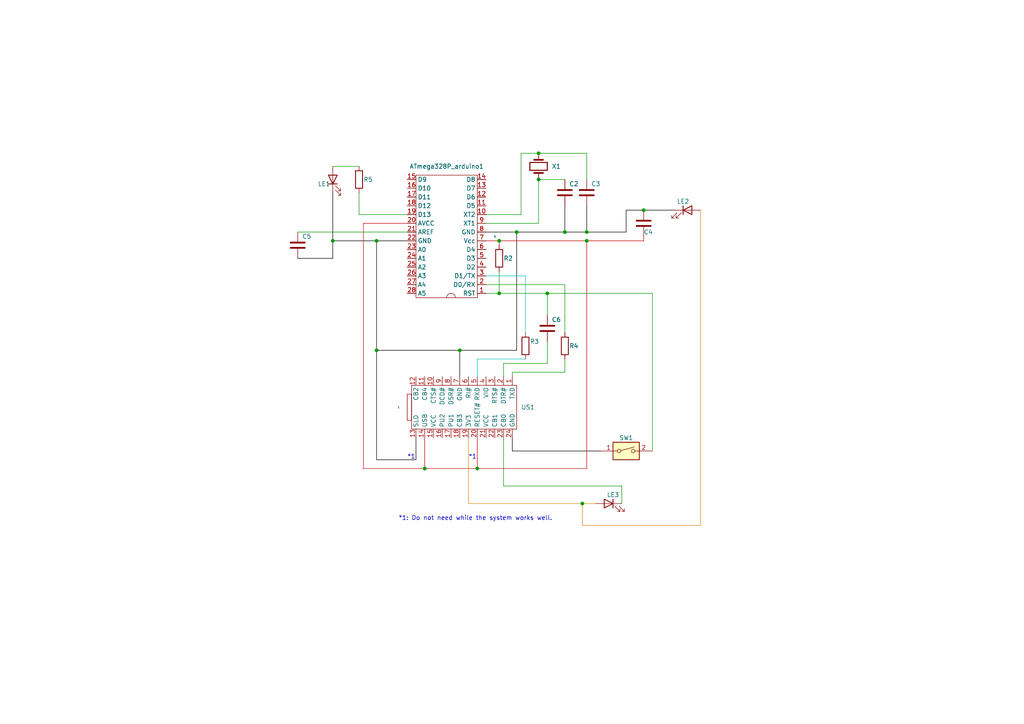
<source format=kicad_sch>
(kicad_sch (version 20230121) (generator eeschema)
  (paper "A4")
  (lib_symbols
    (symbol "Device:C" (pin_numbers hide) (pin_names (offset 0.254))
      (property "Reference" "C" (at 0.635 2.54 0))
      (property "Value" "C" (at 0.635 -2.54 0))
      (symbol "C_0_1"
        (polyline (pts (xy -2.032 -0.762) (xy 2.032 -0.762)) (stroke (width 0.508)))
        (polyline (pts (xy -2.032 0.762) (xy 2.032 0.762)) (stroke (width 0.508)))
      )
      (symbol "C_1_1"
        (pin passive line (at 0 3.81 270) (length 2.794) (name "~") (number "1"))
        (pin passive line (at 0 -3.81 90) (length 2.794) (name "~") (number "2"))
      )
    )
    (symbol "Device:Crystal" (pin_numbers hide) (pin_names (offset 1.016) hide)
      (property "Reference" "Y" (at 0 3.81 0))
      (property "Value" "Crystal" (at 0 -3.81 0))
      (symbol "Crystal_0_1"
        (rectangle (start -1.143 2.54) (end 1.143 -2.54) (stroke (width 0.3048)))
        (polyline (pts (xy -2.54 0) (xy -1.905 0)))
        (polyline (pts (xy -1.905 -1.27) (xy -1.905 1.27)) (stroke (width 0.508)))
        (polyline (pts (xy 1.905 -1.27) (xy 1.905 1.27)) (stroke (width 0.508)))
        (polyline (pts (xy 2.54 0) (xy 1.905 0)))
      )
      (symbol "Crystal_1_1"
        (pin passive line (at -3.81 0 0) (length 1.27) (name "1") (number "1"))
        (pin passive line (at 3.81 0 180) (length 1.27) (name "2") (number "2"))
      )
    )
    (symbol "Device:LED" (pin_numbers hide) (pin_names (offset 1.016) hide)
      (property "Reference" "D" (at 0 2.54 0))
      (property "Value" "LED" (at 0 -2.54 0))
      (symbol "LED_0_1"
        (polyline (pts (xy -1.27 -1.27) (xy -1.27 1.27)) (stroke (width 0.254)))
        (polyline (pts (xy -1.27 0) (xy 1.27 0)))
        (polyline (pts (xy 1.27 -1.27) (xy 1.27 1.27) (xy -1.27 0) (xy 1.27 -1.27)) (stroke (width 0.254)))
        (polyline (pts (xy -3.048 -0.762) (xy -4.572 -2.286) (xy -3.81 -2.286) (xy -4.572 -2.286) (xy -4.572 -1.524)))
        (polyline (pts (xy -1.778 -0.762) (xy -3.302 -2.286) (xy -2.54 -2.286) (xy -3.302 -2.286) (xy -3.302 -1.524)))
      )
      (symbol "LED_1_1"
        (pin passive line (at -3.81 0 0) (length 2.54) (name "K") (number "1"))
        (pin passive line (at 3.81 0 180) (length 2.54) (name "A") (number "2"))
      )
    )
    (symbol "Device:R" (pin_numbers hide) (pin_names (offset 0))
      (property "Reference" "R" (at 2.032 0 90))
      (property "Value" "R" (at 0 0 90))
      (symbol "R_0_1"
        (rectangle (start -1.016 -2.54) (end 1.016 2.54) (stroke (width 0.254)))
      )
      (symbol "R_1_1"
        (pin passive line (at 0 3.81 270) (length 1.27) (name "~") (number "1"))
        (pin passive line (at 0 -3.81 90) (length 1.27) (name "~") (number "2"))
      )
    )
    (symbol "Ore:ATmega328U_Duino"
      (property "Reference" "ATmega328P_arduino" (at 0 0 0))
      (symbol "ATmega328U_Duino_0_1"
        (arc (start -17.7799 11.4299) (mid -16.8819 11.8019) (end -16.5099 12.6999))
        (rectangle (start -17.78 22.86) (end 17.78 5.08))
        (arc (start -16.5099 12.7001) (mid -16.8819 13.5981) (end -17.7799 13.9701))
      )
      (symbol "ATmega328U_Duino_1_1"
        (pin input line (at -16.51 2.54 90) (length 2.54) (name "RST") (number "1"))
        (pin input line (at 6.35 2.54 90) (length 2.54) (name "XT2") (number "10"))
        (pin output line (at 8.89 2.54 90) (length 2.54) (name "D5") (number "11"))
        (pin output line (at 11.43 2.54 90) (length 2.54) (name "D6") (number "12"))
        (pin output line (at 13.97 2.54 90) (length 2.54) (name "D7") (number "13"))
        (pin output line (at 16.51 2.54 90) (length 2.54) (name "D8") (number "14"))
        (pin output line (at 16.51 25.4 270) (length 2.54) (name "D9") (number "15"))
        (pin output line (at 13.97 25.4 270) (length 2.54) (name "D10") (number "16"))
        (pin unspecified line (at 11.43 25.4 270) (length 2.54) (name "D11") (number "17"))
        (pin unspecified line (at 8.89 25.4 270) (length 2.54) (name "D12") (number "18"))
        (pin unspecified line (at 6.35 25.4 270) (length 2.54) (name "D13") (number "19"))
        (pin output line (at -13.97 2.54 90) (length 2.54) (name "D0/RX") (number "2"))
        (pin unspecified line (at 3.81 25.4 270) (length 2.54) (name "AVCC") (number "20"))
        (pin unspecified line (at 1.27 25.4 270) (length 2.54) (name "AREF") (number "21"))
        (pin unspecified line (at -1.27 25.4 270) (length 2.54) (name "GND") (number "22"))
        (pin unspecified line (at -3.81 25.4 270) (length 2.54) (name "A0") (number "23"))
        (pin unspecified line (at -6.35 25.4 270) (length 2.54) (name "A1") (number "24"))
        (pin unspecified line (at -8.89 25.4 270) (length 2.54) (name "A2") (number "25"))
        (pin unspecified line (at -11.43 25.4 270) (length 2.54) (name "A3") (number "26"))
        (pin unspecified line (at -13.97 25.4 270) (length 2.54) (name "A4") (number "27"))
        (pin unspecified line (at -16.51 25.4 270) (length 2.54) (name "A5") (number "28"))
        (pin output line (at -11.43 2.54 90) (length 2.54) (name "D1/TX") (number "3"))
        (pin output line (at -8.89 2.54 90) (length 2.54) (name "D2") (number "4"))
        (pin output line (at -6.35 2.54 90) (length 2.54) (name "D3") (number "5"))
        (pin output line (at -3.81 2.54 90) (length 2.54) (name "D4") (number "6"))
        (pin power_in line (at -1.27 2.54 90) (length 2.54) (name "Vcc") (number "7"))
        (pin power_out line (at 1.27 2.54 90) (length 2.54) (name "GND") (number "8"))
        (pin input line (at 3.81 2.54 90) (length 2.54) (name "XT1") (number "9"))
      )
    )
    (symbol "Ore:FT232RL_AKI"
      (property "Reference" "US" (at 0 0 0))
      (symbol "FT232RL_AKI_0_1"
        (rectangle (start -6.35 34.29) (end 6.35 3.81))
        (rectangle (start -3.81 3.81) (end 3.81 2.54))
      )
      (symbol "FT232RL_AKI_1_1"
        (pin output line (at -8.89 33.02 0) (length 2.54) (name "TXD") (number "1"))
        (pin unspecified line (at -8.89 10.16 0) (length 2.54) (name "CTS#") (number "10"))
        (pin unspecified line (at -8.89 7.62 0) (length 2.54) (name "CB4") (number "11"))
        (pin unspecified line (at -8.89 5.08 0) (length 2.54) (name "CB2") (number "12"))
        (pin unspecified line (at 8.89 5.08 180) (length 2.54) (name "SLD") (number "13"))
        (pin unspecified line (at 8.89 7.62 180) (length 2.54) (name "USB") (number "14"))
        (pin unspecified line (at 8.89 10.16 180) (length 2.54) (name "VCC") (number "15"))
        (pin unspecified line (at 8.89 12.7 180) (length 2.54) (name "PU2") (number "16"))
        (pin unspecified line (at 8.89 15.24 180) (length 2.54) (name "PU1") (number "17"))
        (pin unspecified line (at 8.89 17.78 180) (length 2.54) (name "CB3") (number "18"))
        (pin unspecified line (at 8.89 20.32 180) (length 2.54) (name "3V3") (number "19"))
        (pin unspecified line (at -8.89 30.48 0) (length 2.54) (name "DTR#") (number "2"))
        (pin unspecified line (at 8.89 22.86 180) (length 2.54) (name "RESET#") (number "20"))
        (pin unspecified line (at 8.89 25.4 180) (length 2.54) (name "VCC") (number "21"))
        (pin unspecified line (at 8.89 27.94 180) (length 2.54) (name "CB1") (number "22"))
        (pin unspecified line (at 8.89 30.48 180) (length 2.54) (name "CB0") (number "23"))
        (pin unspecified line (at 8.89 33.02 180) (length 2.54) (name "GND") (number "24"))
        (pin unspecified line (at -8.89 27.94 0) (length 2.54) (name "RTS#") (number "3"))
        (pin unspecified line (at -8.89 25.4 0) (length 2.54) (name "VIO") (number "4"))
        (pin unspecified line (at -8.89 22.86 0) (length 2.54) (name "RXD") (number "5"))
        (pin unspecified line (at -8.89 20.32 0) (length 2.54) (name "RI#") (number "6"))
        (pin unspecified line (at -8.89 17.78 0) (length 2.54) (name "GND") (number "7"))
        (pin unspecified line (at -8.89 15.24 0) (length 2.54) (name "DSR#") (number "8"))
        (pin unspecified line (at -8.89 12.7 0) (length 2.54) (name "DCD#") (number "9"))
      )
    )
    (symbol "Switch:SW_DIP_x01" (pin_names (offset 0) hide)
      (property "Reference" "SW" (at 0 3.81 0))
      (property "Value" "SW_DIP_x01" (at 0 -3.81 0))
      (symbol "SW_DIP_x01_0_0"
        (circle (center -2.032 0) (radius 0.508))
        (polyline (pts (xy -1.524 0.127) (xy 2.3622 1.1684)))
        (circle (center 2.032 0) (radius 0.508))
      )
      (symbol "SW_DIP_x01_0_1"
        (rectangle (start -3.81 2.54) (end 3.81 -2.54) (stroke (width 0.254)) (fill (type background)))
      )
      (symbol "SW_DIP_x01_1_1"
        (pin passive line (at -7.62 0 0) (length 5.08) (name "~") (number "1"))
        (pin passive line (at 7.62 0 180) (length 5.08) (name "~") (number "2"))
      )
    )
  )
  (junction (at 158.75 85.09))
  (junction (at 123.19 135.89))
  (junction (at 96.52 69.85))
  (junction (at 156.21 44.45))
  (junction (at 109.22 69.85))
  (junction (at 186.69 60.96))
  (junction (at 144.78 85.09))
  (junction (at 144.78 69.85))
  (junction (at 168.91 146.05))
  (junction (at 170.18 69.85))
  (junction (at 133.35 101.6))
  (junction (at 163.83 67.31))
  (junction (at 109.22 101.6))
  (junction (at 170.18 67.31))
  (junction (at 149.86 67.31))
  (junction (at 138.43 135.89))
  (junction (at 156.21 52.07))
  (wire (pts (xy 96.52 55.88) (xy 96.52 69.85)) (stroke (width 0) (color 0 0 0 1)))
  (wire (pts (xy 158.75 85.09) (xy 158.75 91.44)))
  (wire (pts (xy 158.75 99.06) (xy 158.75 105.41)))
  (wire (pts (xy 170.18 52.07) (xy 170.18 44.45)))
  (wire (pts (xy 168.91 152.4) (xy 203.2 152.4)) (stroke (width 0) (color 221 133 0 1)))
  (wire (pts (xy 140.97 64.77) (xy 156.21 64.77)))
  (wire (pts (xy 140.97 80.01) (xy 152.4 80.01)) (stroke (width 0) (color 0 194 194 1)))
  (wire (pts (xy 158.75 105.41) (xy 146.05 105.41)))
  (wire (pts (xy 152.4 96.52) (xy 152.4 80.01)) (stroke (width 0) (color 0 194 194 1)))
  (wire (pts (xy 163.83 67.31) (xy 170.18 67.31)) (stroke (width 0) (color 0 0 0 1)))
  (wire (pts (xy 181.61 60.96) (xy 186.69 60.96)) (stroke (width 0) (color 0 0 0 1)))
  (wire (pts (xy 96.52 48.26) (xy 104.14 48.26)))
  (wire (pts (xy 138.43 127) (xy 138.43 135.89)) (stroke (width 0) (color 194 0 0 1)))
  (wire (pts (xy 140.97 85.09) (xy 144.78 85.09)))
  (wire (pts (xy 105.41 64.77) (xy 118.11 64.77)) (stroke (width 0) (color 194 0 0 1)))
  (wire (pts (xy 144.78 85.09) (xy 158.75 85.09)))
  (wire (pts (xy 133.35 101.6) (xy 133.35 109.22)) (stroke (width 0) (color 0 0 0 1)))
  (wire (pts (xy 140.97 62.23) (xy 151.13 62.23)))
  (wire (pts (xy 144.78 69.85) (xy 170.18 69.85)) (stroke (width 0) (color 194 0 0 1)))
  (wire (pts (xy 186.69 68.58) (xy 186.69 69.85)) (stroke (width 0) (color 194 0 0 1)))
  (wire (pts (xy 148.59 130.81) (xy 173.99 130.81)) (stroke (width 0) (color 0 0 0 1)))
  (wire (pts (xy 181.61 67.31) (xy 181.61 60.96)) (stroke (width 0) (color 0 0 0 1)))
  (wire (pts (xy 96.52 69.85) (xy 109.22 69.85)) (stroke (width 0) (color 0 0 0 1)))
  (wire (pts (xy 149.86 67.31) (xy 163.83 67.31)) (stroke (width 0) (color 0 0 0 1)))
  (wire (pts (xy 146.05 127) (xy 146.05 140.97)))
  (wire (pts (xy 123.19 127) (xy 123.19 135.89)) (stroke (width 0) (color 194 0 0 1)))
  (wire (pts (xy 104.14 62.23) (xy 104.14 55.88)))
  (wire (pts (xy 105.41 135.89) (xy 105.41 64.77)) (stroke (width 0) (color 194 0 0 1)))
  (wire (pts (xy 189.23 130.81) (xy 189.23 85.09)))
  (wire (pts (xy 168.91 146.05) (xy 168.91 152.4)) (stroke (width 0) (color 221 133 0 1)))
  (wire (pts (xy 140.97 82.55) (xy 163.83 82.55)))
  (wire (pts (xy 86.36 67.31) (xy 118.11 67.31)))
  (wire (pts (xy 120.65 127) (xy 120.65 133.35)) (stroke (width 0) (color 0 0 0 1)))
  (wire (pts (xy 123.19 135.89) (xy 105.41 135.89)) (stroke (width 0) (color 194 0 0 1)))
  (wire (pts (xy 163.83 104.14) (xy 163.83 107.95)))
  (wire (pts (xy 140.97 69.85) (xy 144.78 69.85)) (stroke (width 0) (color 194 0 0 1)))
  (wire (pts (xy 109.22 101.6) (xy 109.22 133.35)) (stroke (width 0) (color 0 0 0 1)))
  (wire (pts (xy 168.91 146.05) (xy 172.72 146.05)) (stroke (width 0) (color 221 133 0 1)))
  (wire (pts (xy 109.22 69.85) (xy 109.22 101.6)) (stroke (width 0) (color 0 0 0 1)))
  (wire (pts (xy 96.52 69.85) (xy 96.52 74.93)) (stroke (width 0) (color 0 0 0 1)))
  (wire (pts (xy 186.69 60.96) (xy 195.58 60.96)) (stroke (width 0) (color 0 0 0 1)))
  (wire (pts (xy 140.97 67.31) (xy 149.86 67.31)) (stroke (width 0) (color 0 0 0 1)))
  (wire (pts (xy 148.59 127) (xy 148.59 130.81)) (stroke (width 0) (color 0 0 0 1)))
  (wire (pts (xy 158.75 85.09) (xy 189.23 85.09)))
  (wire (pts (xy 170.18 59.69) (xy 170.18 67.31)) (stroke (width 0) (color 0 0 0 1)))
  (wire (pts (xy 118.11 69.85) (xy 109.22 69.85)) (stroke (width 0) (color 0 0 0 1)))
  (wire (pts (xy 144.78 78.74) (xy 144.78 85.09)))
  (wire (pts (xy 180.34 140.97) (xy 146.05 140.97)))
  (wire (pts (xy 163.83 59.69) (xy 163.83 67.31)) (stroke (width 0) (color 0 0 0 1)))
  (wire (pts (xy 138.43 109.22) (xy 138.43 104.14)) (stroke (width 0) (color 0 194 194 1)))
  (wire (pts (xy 135.89 146.05) (xy 168.91 146.05)) (stroke (width 0) (color 221 133 0 1)))
  (wire (pts (xy 123.19 135.89) (xy 138.43 135.89)) (stroke (width 0) (color 194 0 0 1)))
  (wire (pts (xy 149.86 101.6) (xy 149.86 67.31)) (stroke (width 0) (color 0 0 0 1)))
  (wire (pts (xy 146.05 105.41) (xy 146.05 109.22)))
  (wire (pts (xy 148.59 107.95) (xy 148.59 109.22)))
  (wire (pts (xy 170.18 69.85) (xy 170.18 135.89)) (stroke (width 0) (color 194 0 0 1)))
  (wire (pts (xy 138.43 104.14) (xy 152.4 104.14)) (stroke (width 0) (color 0 194 194 1)))
  (wire (pts (xy 163.83 107.95) (xy 148.59 107.95)))
  (wire (pts (xy 170.18 67.31) (xy 181.61 67.31)) (stroke (width 0) (color 0 0 0 1)))
  (wire (pts (xy 118.11 62.23) (xy 104.14 62.23)))
  (wire (pts (xy 156.21 52.07) (xy 163.83 52.07)))
  (wire (pts (xy 151.13 62.23) (xy 151.13 44.45)))
  (wire (pts (xy 156.21 52.07) (xy 156.21 64.77)))
  (wire (pts (xy 163.83 96.52) (xy 163.83 82.55)))
  (wire (pts (xy 135.89 127) (xy 135.89 146.05)) (stroke (width 0) (color 221 133 0 1)))
  (wire (pts (xy 109.22 101.6) (xy 133.35 101.6)) (stroke (width 0) (color 0 0 0 1)))
  (wire (pts (xy 180.34 146.05) (xy 180.34 140.97)))
  (wire (pts (xy 144.78 69.85) (xy 144.78 71.12)) (stroke (width 0) (color 194 0 0 1)))
  (wire (pts (xy 138.43 135.89) (xy 170.18 135.89)) (stroke (width 0) (color 194 0 0 1)))
  (wire (pts (xy 156.21 44.45) (xy 170.18 44.45)))
  (wire (pts (xy 151.13 44.45) (xy 156.21 44.45)))
  (wire (pts (xy 133.35 101.6) (xy 149.86 101.6)) (stroke (width 0) (color 0 0 0 1)))
  (wire (pts (xy 120.65 133.35) (xy 109.22 133.35)) (stroke (width 0) (color 0 0 0 1)))
  (wire (pts (xy 86.36 74.93) (xy 96.52 74.93)) (stroke (width 0) (color 0 0 0 1)))
  (wire (pts (xy 203.2 152.4) (xy 203.2 60.96)) (stroke (width 0) (color 221 133 0 1)))
  (wire (pts (xy 186.69 69.85) (xy 170.18 69.85)) (stroke (width 0) (color 194 0 0 1)))
  (text "*1" (at 135.89 133.35 0) (effects (font (size 1.27 1.27)) (justify left bottom)))
  (text "*1" (at 118.11 133.35 0) (effects (font (size 1.27 1.27)) (justify left bottom)))
  (text "*1: Do not need while the system works well." (at 115.57 151.13 0) (effects (font (size 1.27 1.27)) (justify left bottom)))
  (symbol (lib_id "Device:C") (at 186.69 64.77 0) (unit 1)
    (property "Reference" "C4" (at 186.69 67.31 0) (effects (justify left)))
    (property "Value" "C" (effects hide))
  )
  (symbol (lib_id "Device:R") (at 163.83 100.33 0) (unit 1)
    (property "Reference" "R4" (at 165.1 100.33 0) (effects (justify left)))
    (property "Value" "R" (effects hide))
  )
  (symbol (lib_id "Device:R") (at 144.78 74.93 0) (unit 1)
    (property "Reference" "R2" (at 146.05 74.93 0) (effects (justify left)))
    (property "Value" "R" (effects hide))
  )
  (symbol (lib_id "Device:C") (at 163.83 55.88 0) (unit 1)
    (property "Reference" "C2" (at 165.1 53.34 0) (effects (justify left)))
    (property "Value" "C" (effects hide))
  )
  (symbol (lib_id "Ore:FT232RL_AKI") (at 115.57 118.11 270) (unit 1)
    (property "Reference" "US1" (at 151.13 118.11 90) (effects (justify left)))
    (property "Value" "~" (at 115.57 118.11 0))
  )
  (symbol (lib_id "Device:C") (at 158.75 95.25 0) (unit 1)
    (property "Reference" "C6" (at 160.02 92.71 0) (effects (justify left)))
    (property "Value" "C" (effects hide))
  )
  (symbol (lib_id "Device:R") (at 152.4 100.33 0) (unit 1)
    (property "Reference" "R3" (at 153.67 99.06 0) (effects (justify left)))
    (property "Value" "R" (effects hide))
  )
  (symbol (lib_id "Device:C") (at 86.36 71.12 0) (unit 1)
    (property "Reference" "C5" (at 87.63 68.58 0) (effects (justify left)))
    (property "Value" "C" (effects hide))
  )
  (symbol (lib_id "Device:R") (at 104.14 52.07 0) (unit 1)
    (property "Reference" "R5" (at 105.41 52.07 0) (effects (justify left)))
    (property "Value" "R" (effects hide))
  )
  (symbol (lib_id "Device:LED") (at 96.52 52.07 90) (unit 1)
    (property "Reference" "LE1" (at 93.98 53.34 90))
    (property "Value" "LED" (effects hide))
  )
  (symbol (lib_id "Device:C") (at 170.18 55.88 0) (unit 1)
    (property "Reference" "C3" (at 171.45 53.34 0) (effects (justify left)))
    (property "Value" "C" (effects hide))
  )
  (symbol (lib_id "Ore:ATmega328U_Duino") (at 143.51 68.58 90) (unit 1)
    (property "Reference" "ATmega328P_arduino1" (at 129.54 48.26 90))
    (property "Value" "~" (at 143.51 68.58 0))
  )
  (symbol (lib_id "Device:Crystal") (at 156.21 48.26 270) (unit 1)
    (property "Reference" "X1" (at 160.02 48.26 90) (effects (justify left)))
    (property "Value" "Crystal" (effects hide))
  )
  (symbol (lib_id "Device:LED") (at 199.39 60.96 0) (unit 1)
    (property "Reference" "LE2" (at 198.12 58.42 0))
    (property "Value" "LED" (effects hide))
  )
  (symbol (lib_id "Device:LED") (at 176.53 146.05 0) (mirror y) (unit 1)
    (property "Reference" "LE3" (at 177.8 143.51 0))
    (property "Value" "LED" (effects hide))
  )
  (symbol (lib_id "Switch:SW_DIP_x01") (at 181.61 130.81 0) (unit 1)
    (property "Reference" "SW1" (at 181.61 127 0))
    (property "Value" "SW_DIP_x01" (effects hide))
  )
)
</source>
